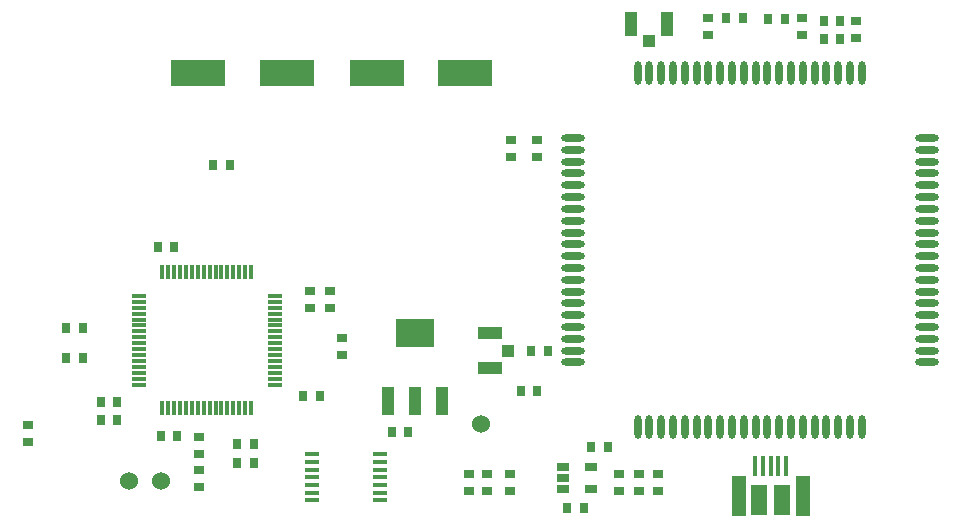
<source format=gtp>
%FSTAX24Y24*%
%MOIN*%
%SFA1B1*%

%IPPOS*%
%ADD10R,0.011800X0.047200*%
%ADD11R,0.047200X0.011800*%
%ADD12R,0.035400X0.031500*%
%ADD13C,0.060000*%
%ADD14R,0.031500X0.035400*%
%ADD15O,0.049600X0.014200*%
%ADD16R,0.049600X0.014200*%
%ADD17R,0.179100X0.090600*%
%ADD18R,0.043300X0.025600*%
%ADD19R,0.051200X0.133900*%
%ADD20R,0.056100X0.098400*%
%ADD21R,0.015700X0.068900*%
%ADD22R,0.039400X0.078700*%
%ADD23R,0.039400X0.039400*%
%ADD24R,0.078700X0.039400*%
%ADD25R,0.039400X0.039400*%
%ADD26R,0.039400X0.094500*%
%ADD27R,0.129900X0.094500*%
%ADD28O,0.078700X0.023600*%
%ADD29O,0.023600X0.078700*%
%LNsensorplatformv3-1*%
%LPD*%
G54D10*
X012724Y008214D03*
X01292D03*
X013314D03*
X013117D03*
X013905D03*
X014102D03*
X013708D03*
X013511D03*
X015086D03*
X015283D03*
X015676D03*
X01548D03*
X014692D03*
X014889D03*
X014495D03*
X014298D03*
Y003686D03*
X014495D03*
X014889D03*
X014692D03*
X01548D03*
X015676D03*
X015283D03*
X015086D03*
X013511D03*
X013708D03*
X014102D03*
X013905D03*
X013117D03*
X013314D03*
X01292D03*
X012724D03*
G54D11*
X016464Y007426D03*
Y00723D03*
Y007033D03*
Y006836D03*
Y006048D03*
Y006245D03*
Y006442D03*
Y006639D03*
Y005064D03*
Y004867D03*
Y00467D03*
Y004474D03*
Y005261D03*
Y005458D03*
Y005655D03*
Y005852D03*
X011936D03*
Y005655D03*
Y005458D03*
Y005261D03*
Y004474D03*
Y00467D03*
Y004867D03*
Y005064D03*
Y006639D03*
Y006442D03*
Y006245D03*
Y006048D03*
Y006836D03*
Y007033D03*
Y00723D03*
Y007426D03*
G54D12*
X01395Y001626D03*
Y001074D03*
Y002174D03*
Y002726D03*
X02925Y000924D03*
Y001476D03*
X03585Y016576D03*
Y016024D03*
X03405Y016124D03*
Y016676D03*
X0309D03*
Y016124D03*
X0187Y006026D03*
Y005474D03*
X00825Y003126D03*
Y002574D03*
X02295Y000924D03*
Y001476D03*
X02795D03*
Y000924D03*
X0286Y001476D03*
Y000924D03*
X02435Y012074D03*
Y012626D03*
X0252Y012074D03*
Y012626D03*
X0183Y007024D03*
Y007576D03*
X01765Y007024D03*
Y007576D03*
X02355Y000924D03*
Y001476D03*
X0243Y000924D03*
Y001476D03*
G54D13*
X02335Y00315D03*
X0116Y00125D03*
X012674D03*
G54D14*
X034774Y016D03*
X035326D03*
X034774Y0166D03*
X035326D03*
X014976Y0118D03*
X014424D03*
X033476Y01665D03*
X032924D03*
X031524Y0167D03*
X032076D03*
X009524Y00635D03*
X010076D03*
X009524Y00535D03*
X010076D03*
X011226Y0039D03*
X010674D03*
X011226Y0033D03*
X010674D03*
X012674Y00275D03*
X013226D03*
X015776Y00185D03*
X015224D03*
Y0025D03*
X015776D03*
X017424Y0041D03*
X017976D03*
X020374Y0029D03*
X020926D03*
X024674Y00425D03*
X025226D03*
X026224Y00035D03*
X026776D03*
X027576Y0024D03*
X027024D03*
X013126Y00905D03*
X012574D03*
X025576Y0056D03*
X025024D03*
G54D15*
X019983Y000615D03*
Y00087D03*
Y001126D03*
Y001382D03*
Y001638D03*
Y001894D03*
Y00215D03*
X0177Y000615D03*
Y00087D03*
Y001126D03*
Y001382D03*
Y001638D03*
Y001894D03*
G54D16*
X0177Y00215D03*
G54D17*
X013924Y01485D03*
X016876D03*
X022826D03*
X019874D03*
G54D18*
X026078Y001724D03*
Y00135D03*
Y000976D03*
X027022D03*
Y001724D03*
G54D19*
X031927Y000748D03*
X034073D03*
G54D20*
X032626Y00062D03*
X033374D03*
G54D21*
X032488Y001762D03*
X032744D03*
X033D03*
X033256D03*
X033512D03*
G54D22*
X029541Y0165D03*
X028359D03*
G54D23*
X02895Y015909D03*
G54D24*
X02365Y006191D03*
Y005009D03*
G54D25*
X024241Y0056D03*
G54D26*
X020244Y003908D03*
X02115D03*
X022056D03*
G54D27*
X02115Y006192D03*
G54D28*
X026394Y00521D03*
Y005604D03*
Y006391D03*
Y005997D03*
Y007572D03*
Y007966D03*
Y007178D03*
Y006785D03*
Y008753D03*
Y008359D03*
Y012296D03*
Y01269D03*
Y010722D03*
Y011115D03*
Y011903D03*
Y011509D03*
Y009934D03*
Y010328D03*
Y009541D03*
Y009147D03*
X038206D03*
Y009541D03*
Y010328D03*
Y009934D03*
Y011509D03*
Y011903D03*
Y011115D03*
Y010722D03*
Y01269D03*
Y012296D03*
Y008359D03*
Y008753D03*
Y006785D03*
Y007178D03*
Y007966D03*
Y007572D03*
Y005997D03*
Y006391D03*
Y005604D03*
Y00521D03*
G54D29*
X032103Y014856D03*
X031709D03*
X031316D03*
X030922D03*
X030528D03*
X030135D03*
X029741D03*
X029347D03*
X028954D03*
X02856D03*
X032497D03*
X032891D03*
X033284D03*
X033678D03*
X034072D03*
X034465D03*
X034859D03*
X035253D03*
X035646D03*
X03604D03*
Y003044D03*
X035646D03*
X035253D03*
X034859D03*
X034465D03*
X034072D03*
X033678D03*
X033284D03*
X032891D03*
X032497D03*
X02856D03*
X028954D03*
X029347D03*
X029741D03*
X030135D03*
X030528D03*
X030922D03*
X031316D03*
X031709D03*
X032103D03*
M02*
</source>
